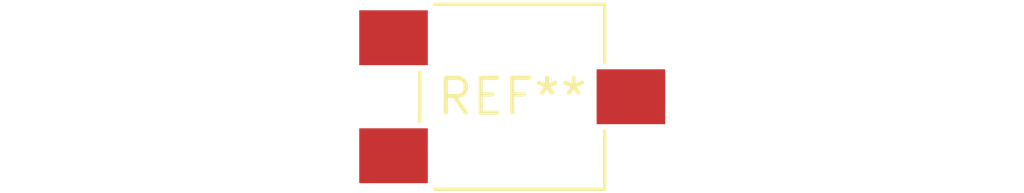
<source format=kicad_pcb>
(kicad_pcb (version 20240108) (generator pcbnew)
  (layers (0 "F.Cu" signal) (31 "B.Cu" signal) (34 "B.Paste" user) (35 "F.Paste" user) (36 "B.SilkS" user "B.Silkscreen") (37 "F.SilkS" user "F.Silkscreen") (38 "B.Mask" user) (39 "F.Mask" user) (44 "Edge.Cuts" user))
  (net 0 "")
  (footprint "Potentiometer_ACP_CA6-VSMD_Vertical" (layer "F.Cu") (at 0 0)
    (property "Reference" "REF**")
    (property "Value" "Potentiometer_ACP_CA6-VSMD_Vertical")
    (fp_line (start -3.37 -0.909) (end -3.37 0.91) (layer "F.SilkS") (stroke (width 0.12)))
    (fp_line (start -2.834 -3.371) (end 3.37 -3.371) (layer "F.SilkS") (stroke (width 0.12)))
    (fp_line (start -2.834 3.37) (end 3.37 3.37) (layer "F.SilkS") (stroke (width 0.12)))
    (fp_line (start 3.37 -3.371) (end 3.37 -1.24) (layer "F.SilkS") (stroke (width 0.12)))
    (fp_line (start 3.37 1.24) (end 3.37 3.37) (layer "F.SilkS") (stroke (width 0.12)))
    (pad "1" smd rect (at -4.325 2.15) (size 2.5 2) (layers "F.Cu" "F.Paste" "F.Mask"))
    (pad "2" smd rect (at 4.325 0) (size 2.5 2) (layers "F.Cu" "F.Paste" "F.Mask"))
    (pad "3" smd rect (at -4.325 -2.15) (size 2.5 2) (layers "F.Cu" "F.Paste" "F.Mask"))
  )
)
</source>
